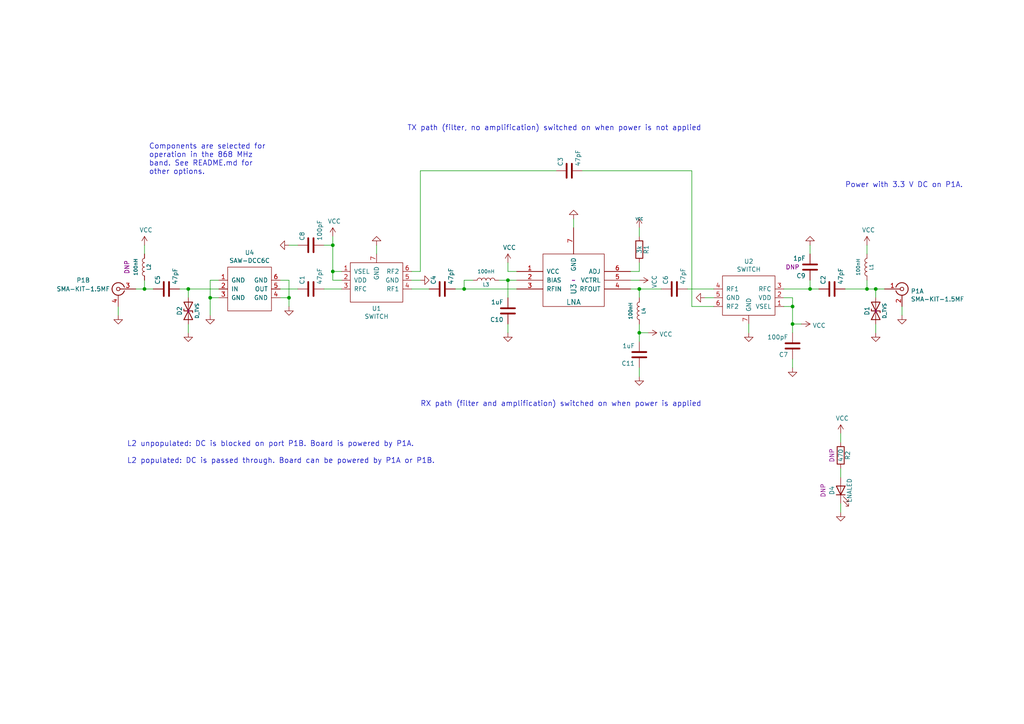
<source format=kicad_sch>
(kicad_sch (version 20230121) (generator eeschema)
  (paper "A4")
  (title_block (title "LNA3030") (date "2020-08-05") (company "Copyright (c) 2014-2020 Great Scott Gadgets <info@greatscottgadgets.com>") (comment 1 "Licensed under the CERN-OHL-P v2"))
  (lib_symbols
    (symbol "Device:C" (pin_numbers hide) (pin_names (offset 0.254))
      (property "Reference" "C" (at 0.635 2.54 0))
      (property "Value" "C" (at 0.635 -2.54 0))
      (symbol "C_0_1"
        (polyline (pts (xy -2.032 -0.762) (xy 2.032 -0.762)) (stroke (width 0.508)))
        (polyline (pts (xy -2.032 0.762) (xy 2.032 0.762)) (stroke (width 0.508)))
      )
      (symbol "C_1_1"
        (pin passive line (at 0 3.81 270) (length 2.794) (name "~") (number "1"))
        (pin passive line (at 0 -3.81 90) (length 2.794) (name "~") (number "2"))
      )
    )
    (symbol "Device:D_TVS" (pin_numbers hide) (pin_names (offset 1.016) hide)
      (property "Reference" "D" (at 0 2.54 0))
      (property "Value" "D_TVS" (at 0 -2.54 0))
      (symbol "D_TVS_0_1"
        (polyline (pts (xy 1.27 0) (xy -1.27 0)))
        (polyline (pts (xy 0.508 1.27) (xy 0 1.27) (xy 0 -1.27) (xy -0.508 -1.27)) (stroke (width 0.254)))
        (polyline (pts (xy -2.54 1.27) (xy -2.54 -1.27) (xy 2.54 1.27) (xy 2.54 -1.27) (xy -2.54 1.27)) (stroke (width 0.254)))
      )
      (symbol "D_TVS_1_1"
        (pin passive line (at -3.81 0 0) (length 2.54) (name "A1") (number "1"))
        (pin passive line (at 3.81 0 180) (length 2.54) (name "A2") (number "2"))
      )
    )
    (symbol "Device:L" (pin_numbers hide) (pin_names (offset 1.016) hide)
      (property "Reference" "L" (at -1.27 0 90))
      (property "Value" "L" (at 1.905 0 90))
      (symbol "L_0_1"
        (arc (start 0 -2.54) (mid 0.6323 -1.905) (end 0 -1.27))
        (arc (start 0 -1.27) (mid 0.6323 -0.635) (end 0 0))
        (arc (start 0 0) (mid 0.6323 0.635) (end 0 1.27))
        (arc (start 0 1.27) (mid 0.6323 1.905) (end 0 2.54))
      )
      (symbol "L_1_1"
        (pin passive line (at 0 3.81 270) (length 1.27) (name "1") (number "1"))
        (pin passive line (at 0 -3.81 90) (length 1.27) (name "2") (number "2"))
      )
    )
    (symbol "Device:LED" (pin_numbers hide) (pin_names (offset 1.016) hide)
      (property "Reference" "D" (at 0 2.54 0))
      (property "Value" "LED" (at 0 -2.54 0))
      (symbol "LED_0_1"
        (polyline (pts (xy -1.27 -1.27) (xy -1.27 1.27)) (stroke (width 0.254)))
        (polyline (pts (xy -1.27 0) (xy 1.27 0)))
        (polyline (pts (xy 1.27 -1.27) (xy 1.27 1.27) (xy -1.27 0) (xy 1.27 -1.27)) (stroke (width 0.254)))
        (polyline (pts (xy -3.048 -0.762) (xy -4.572 -2.286) (xy -3.81 -2.286) (xy -4.572 -2.286) (xy -4.572 -1.524)))
        (polyline (pts (xy -1.778 -0.762) (xy -3.302 -2.286) (xy -2.54 -2.286) (xy -3.302 -2.286) (xy -3.302 -1.524)))
      )
      (symbol "LED_1_1"
        (pin passive line (at -3.81 0 0) (length 2.54) (name "K") (number "1"))
        (pin passive line (at 3.81 0 180) (length 2.54) (name "A") (number "2"))
      )
    )
    (symbol "Device:R" (pin_numbers hide) (pin_names (offset 0))
      (property "Reference" "R" (at 2.032 0 90))
      (property "Value" "R" (at 0 0 90))
      (symbol "R_0_1"
        (rectangle (start -1.016 -2.54) (end 1.016 2.54) (stroke (width 0.254)))
      )
      (symbol "R_1_1"
        (pin passive line (at 0 3.81 270) (length 1.27) (name "~") (number "1"))
        (pin passive line (at 0 -3.81 90) (length 1.27) (name "~") (number "2"))
      )
    )
    (symbol "LNA3030-rescue:BGB741L7ESD-gsg-symbols" (pin_names (offset 1.016))
      (property "Reference" "U" (at 0 -2.54 90))
      (property "Value" "gsg-symbols_BGB741L7ESD" (at 0 -6.35 0))
      (symbol "BGB741L7ESD-gsg-symbols_0_1"
        (rectangle (start -8.89 7.62) (end 8.89 -7.62))
      )
      (symbol "BGB741L7ESD-gsg-symbols_1_1"
        (pin power_in line (at -16.51 2.54 0) (length 7.62) (name "VCC") (number "1"))
        (pin output line (at -16.51 0 0) (length 7.62) (name "BIAS") (number "2"))
        (pin input line (at -16.51 -2.54 0) (length 7.62) (name "RFIN") (number "3"))
        (pin output line (at 16.51 -2.54 180) (length 7.62) (name "RFOUT") (number "4"))
        (pin input line (at 16.51 0 180) (length 7.62) (name "VCTRL") (number "5"))
        (pin input line (at 16.51 2.54 180) (length 7.62) (name "ADJ") (number "6"))
        (pin power_in line (at 0 15.24 270) (length 7.62) (name "GND") (number "7"))
      )
    )
    (symbol "LNA3030-rescue:GRF6011-gsg-symbols" (pin_names (offset 1.016))
      (property "Reference" "U" (at 0 -2.54 0))
      (property "Value" "gsg-symbols_GRF6011" (at 0 -5.08 0))
      (symbol "GRF6011-gsg-symbols_0_1"
        (rectangle (start -7.62 5.08) (end 7.62 -6.35))
      )
      (symbol "GRF6011-gsg-symbols_1_1"
        (pin input line (at -10.16 2.54 0) (length 2.54) (name "VSEL") (number "1"))
        (pin power_in line (at -10.16 0 0) (length 2.54) (name "VDD") (number "2"))
        (pin bidirectional line (at -10.16 -2.54 0) (length 2.54) (name "RFC") (number "3"))
        (pin bidirectional line (at 10.16 -2.54 180) (length 2.54) (name "RF1") (number "4"))
        (pin power_in line (at 10.16 0 180) (length 2.54) (name "GND") (number "5"))
        (pin bidirectional line (at 10.16 2.54 180) (length 2.54) (name "RF2") (number "6"))
        (pin power_in line (at 0 7.62 270) (length 2.54) (name "GND") (number "7"))
      )
    )
    (symbol "LNA3030-rescue:SMA-KIT-1.5MF-gsg-symbols" (pin_names (offset 1.016) hide)
      (property "Reference" "P" (at 0 3.302 0))
      (property "Value" "gsg-symbols_SMA-KIT-1.5MF" (at 3.048 0 90))
      (symbol "SMA-KIT-1.5MF-gsg-symbols_0_1"
        (arc (start -1.778 -0.508) (mid 0.2311 -1.8066) (end 1.778 0) (stroke (width 0.254)))
        (circle (center 0 0) (radius 0.508) (stroke (width 0.2032)))
        (arc (start 1.778 0) (mid 0.2099 1.8101) (end -1.778 0.508) (stroke (width 0.254)))
      )
      (symbol "SMA-KIT-1.5MF-gsg-symbols_1_1"
        (pin passive line (at -5.08 0 0) (length 4.572) (name "RF") (number "1"))
        (pin passive line (at 0 -5.08 90) (length 3.302) (name "SHIELD") (number "2"))
      )
      (symbol "SMA-KIT-1.5MF-gsg-symbols_2_1"
        (pin passive line (at -5.08 0 0) (length 4.572) (name "RF") (number "3"))
        (pin passive line (at 0 -5.08 90) (length 3.302) (name "SHIELD") (number "4"))
      )
    )
    (symbol "LNA3030:SAW-DCC6C" (pin_names (offset 1.016))
      (property "Reference" "U" (at 0 5.08 0))
      (property "Value" "SAW-DCC6C" (at 0 -5.08 0))
      (symbol "SAW-DCC6C_0_1"
        (rectangle (start -6.35 6.35) (end 6.35 -6.35))
      )
      (symbol "SAW-DCC6C_1_1"
        (pin power_in line (at -8.89 2.54 0) (length 2.54) (name "GND") (number "1"))
        (pin input line (at -8.89 0 0) (length 2.54) (name "IN") (number "2"))
        (pin power_in line (at -8.89 -2.54 0) (length 2.54) (name "GND") (number "3"))
        (pin power_in line (at 8.89 -2.54 180) (length 2.54) (name "GND") (number "4"))
        (pin output line (at 8.89 0 180) (length 2.54) (name "OUT") (number "5"))
        (pin power_in line (at 8.89 2.54 180) (length 2.54) (name "GND") (number "6"))
      )
    )
    (symbol "power:GND" (power) (pin_names (offset 0))
      (property "Value" "GND" (at 0 -3.81 0))
      (symbol "GND_0_1"
        (polyline (pts (xy 0 0) (xy 0 -1.27) (xy 1.27 -1.27) (xy 0 -2.54) (xy -1.27 -1.27) (xy 0 -1.27)))
      )
      (symbol "GND_1_1"
        (pin power_in line (at 0 0 270) (length 0) hide (name "GND") (number "1"))
      )
    )
    (symbol "power:VCC" (power) (pin_names (offset 0))
      (property "Value" "VCC" (at 0 3.81 0))
      (symbol "VCC_0_1"
        (polyline (pts (xy -0.762 1.27) (xy 0 2.54)))
        (polyline (pts (xy 0 0) (xy 0 2.54)))
        (polyline (pts (xy 0 2.54) (xy 0.762 1.27)))
      )
      (symbol "VCC_1_1"
        (pin power_in line (at 0 0 90) (length 0) hide (name "VCC") (number "1"))
      )
    )
  )
  (junction (at 54.61 83.82))
  (junction (at 60.96 86.36))
  (junction (at 96.52 71.12))
  (junction (at 251.46 83.82))
  (junction (at 229.87 93.98))
  (junction (at 96.52 78.74))
  (junction (at 134.62 83.82))
  (junction (at 185.42 96.52))
  (junction (at 234.95 83.82))
  (junction (at 254 83.82))
  (junction (at 147.32 81.28))
  (junction (at 41.91 83.82))
  (junction (at 229.87 88.9))
  (junction (at 185.42 83.82))
  (junction (at 83.82 86.36))
  (wire (pts (xy 54.61 83.82) (xy 54.61 86.36)))
  (wire (pts (xy 229.87 88.9) (xy 229.87 93.98)))
  (wire (pts (xy 234.95 83.82) (xy 237.49 83.82)))
  (wire (pts (xy 185.42 83.82) (xy 191.77 83.82)))
  (wire (pts (xy 96.52 71.12) (xy 96.52 68.58)))
  (wire (pts (xy 204.47 86.36) (xy 207.01 86.36)))
  (wire (pts (xy 93.98 83.82) (xy 99.06 83.82)))
  (wire (pts (xy 227.33 83.82) (xy 234.95 83.82)))
  (wire (pts (xy 234.95 81.28) (xy 234.95 83.82)))
  (wire (pts (xy 243.84 135.89) (xy 243.84 138.43)))
  (wire (pts (xy 254 93.98) (xy 254 96.52)))
  (wire (pts (xy 147.32 81.28) (xy 149.86 81.28)))
  (wire (pts (xy 83.82 86.36) (xy 81.28 86.36)))
  (wire (pts (xy 243.84 146.05) (xy 243.84 148.59)))
  (wire (pts (xy 119.38 83.82) (xy 124.46 83.82)))
  (wire (pts (xy 147.32 96.52) (xy 147.32 93.98)))
  (wire (pts (xy 60.96 81.28) (xy 60.96 86.36)))
  (wire (pts (xy 34.29 91.44) (xy 34.29 88.9)))
  (wire (pts (xy 182.88 83.82) (xy 185.42 83.82)))
  (wire (pts (xy 185.42 93.98) (xy 185.42 96.52)))
  (wire (pts (xy 251.46 83.82) (xy 254 83.82)))
  (wire (pts (xy 54.61 96.52) (xy 54.61 93.98)))
  (wire (pts (xy 234.95 71.12) (xy 234.95 73.66)))
  (wire (pts (xy 119.38 78.74) (xy 121.92 78.74)))
  (wire (pts (xy 185.42 106.68) (xy 185.42 109.22)))
  (wire (pts (xy 41.91 71.12) (xy 41.91 73.66)))
  (wire (pts (xy 232.41 93.98) (xy 229.87 93.98)))
  (wire (pts (xy 144.78 81.28) (xy 147.32 81.28)))
  (wire (pts (xy 134.62 81.28) (xy 134.62 83.82)))
  (wire (pts (xy 109.22 73.66) (xy 109.22 71.12)))
  (wire (pts (xy 147.32 78.74) (xy 147.32 76.2)))
  (wire (pts (xy 137.16 81.28) (xy 134.62 81.28)))
  (wire (pts (xy 60.96 86.36) (xy 63.5 86.36)))
  (wire (pts (xy 134.62 83.82) (xy 149.86 83.82)))
  (wire (pts (xy 41.91 83.82) (xy 44.45 83.82)))
  (wire (pts (xy 60.96 86.36) (xy 60.96 91.44)))
  (wire (pts (xy 132.08 83.82) (xy 134.62 83.82)))
  (wire (pts (xy 39.37 83.82) (xy 41.91 83.82)))
  (wire (pts (xy 227.33 88.9) (xy 229.87 88.9)))
  (wire (pts (xy 251.46 71.12) (xy 251.46 73.66)))
  (wire (pts (xy 254 83.82) (xy 256.54 83.82)))
  (wire (pts (xy 185.42 78.74) (xy 185.42 76.2)))
  (wire (pts (xy 229.87 93.98) (xy 229.87 96.52)))
  (wire (pts (xy 245.11 83.82) (xy 251.46 83.82)))
  (wire (pts (xy 99.06 78.74) (xy 96.52 78.74)))
  (wire (pts (xy 52.07 83.82) (xy 54.61 83.82)))
  (wire (pts (xy 254 83.82) (xy 254 86.36)))
  (wire (pts (xy 227.33 86.36) (xy 229.87 86.36)))
  (wire (pts (xy 83.82 71.12) (xy 86.36 71.12)))
  (wire (pts (xy 81.28 83.82) (xy 86.36 83.82)))
  (wire (pts (xy 41.91 81.28) (xy 41.91 83.82)))
  (wire (pts (xy 217.17 93.98) (xy 217.17 96.52)))
  (wire (pts (xy 63.5 81.28) (xy 60.96 81.28)))
  (wire (pts (xy 83.82 81.28) (xy 83.82 86.36)))
  (wire (pts (xy 207.01 83.82) (xy 199.39 83.82)))
  (wire (pts (xy 182.88 81.28) (xy 185.42 81.28)))
  (wire (pts (xy 147.32 81.28) (xy 147.32 86.36)))
  (wire (pts (xy 182.88 78.74) (xy 185.42 78.74)))
  (wire (pts (xy 185.42 83.82) (xy 185.42 86.36)))
  (wire (pts (xy 200.66 49.53) (xy 200.66 88.9)))
  (wire (pts (xy 166.37 63.5) (xy 166.37 66.04)))
  (wire (pts (xy 93.98 71.12) (xy 96.52 71.12)))
  (wire (pts (xy 83.82 86.36) (xy 83.82 88.9)))
  (wire (pts (xy 168.91 49.53) (xy 200.66 49.53)))
  (wire (pts (xy 200.66 88.9) (xy 207.01 88.9)))
  (wire (pts (xy 185.42 96.52) (xy 187.96 96.52)))
  (wire (pts (xy 185.42 66.04) (xy 185.42 68.58)))
  (wire (pts (xy 81.28 81.28) (xy 83.82 81.28)))
  (wire (pts (xy 121.92 78.74) (xy 121.92 49.53)))
  (wire (pts (xy 229.87 104.14) (xy 229.87 106.68)))
  (wire (pts (xy 99.06 81.28) (xy 96.52 81.28)))
  (wire (pts (xy 243.84 125.73) (xy 243.84 128.27)))
  (wire (pts (xy 121.92 49.53) (xy 161.29 49.53)))
  (wire (pts (xy 121.92 81.28) (xy 119.38 81.28)))
  (wire (pts (xy 229.87 86.36) (xy 229.87 88.9)))
  (wire (pts (xy 54.61 83.82) (xy 63.5 83.82)))
  (wire (pts (xy 251.46 81.28) (xy 251.46 83.82)))
  (wire (pts (xy 261.62 88.9) (xy 261.62 91.44)))
  (wire (pts (xy 96.52 81.28) (xy 96.52 78.74)))
  (wire (pts (xy 185.42 96.52) (xy 185.42 99.06)))
  (wire (pts (xy 96.52 78.74) (xy 96.52 71.12)))
  (wire (pts (xy 147.32 78.74) (xy 149.86 78.74)))
  (text "L2 unpopulated: DC is blocked on port P1B. Board is powered by P1A.\n\nL2 populated: DC is passed through. Board can be powered by P1A or P1B." (at 36.83 134.62 0) (effects (font (size 1.524 1.524)) (justify left bottom)))
  (text "Components are selected for\noperation in the 868 MHz\nband. See README.md for\nother options." (at 43.18 50.8 0) (effects (font (size 1.524 1.524)) (justify left bottom)))
  (text "TX path (filter, no amplification) switched on when power is not applied" (at 118.11 38.1 0) (effects (font (size 1.524 1.524)) (justify left bottom)))
  (text "Power with 3.3 V DC on P1A." (at 245.11 54.61 0) (effects (font (size 1.524 1.524)) (justify left bottom)))
  (text "RX path (filter and amplification) switched on when power is applied\n" (at 121.92 118.11 0) (effects (font (size 1.524 1.524)) (justify left bottom)))
  (symbol (lib_id "Device:D_TVS") (at 254 90.17 90) (unit 1)
    (property "Reference" "D1" (at 251.46 90.17 0))
    (property "Value" "D_TVS" (at 256.54 90.17 0) (effects (font (size 1.016 1.016))))
    (property "Footprint" "gsg-modules:0402" (effects hide))
    (property "Datasheet" "~" (at 254 90.17 0) (effects (font (size 1.524 1.524))))
    (property "Manufacturer" "Murata" (effects hide))
    (property "Part Number" "LXES15AAA1-153" (effects hide))
    (property "Description" "TVS DIODE 4V 1005" (effects hide))
  )
  (symbol (lib_id "power:GND") (at 261.62 91.44 0) (unit 1)
    (property "Reference" "#PWR01" (effects hide))
    (property "Value" "GND" (effects hide))
  )
  (symbol (lib_id "power:GND") (at 254 96.52 0) (unit 1)
    (property "Reference" "#PWR02" (effects hide))
    (property "Value" "GND" (effects hide))
  )
  (symbol (lib_id "power:GND") (at 54.61 96.52 0) (unit 1)
    (property "Reference" "#PWR03" (effects hide))
    (property "Value" "GND" (effects hide))
  )
  (symbol (lib_id "power:GND") (at 34.29 91.44 0) (unit 1)
    (property "Reference" "#PWR04" (effects hide))
    (property "Value" "GND" (effects hide))
  )
  (symbol (lib_id "Device:C") (at 48.26 83.82 90) (unit 1)
    (property "Reference" "C5" (at 45.72 82.55 0) (effects (justify left)))
    (property "Value" "47pF" (at 50.8 82.55 0) (effects (justify left)))
    (property "Footprint" "gsg-modules:0402" (effects hide))
    (property "Manufacturer" "Murata" (effects hide))
    (property "Part Number" "GCM1555C1H470JA16D" (effects hide))
    (property "Description" "CAP CER 47PF 50V C0G/NP0 0402" (effects hide))
  )
  (symbol (lib_id "power:GND") (at 60.96 91.44 0) (unit 1)
    (property "Reference" "#PWR05" (effects hide))
    (property "Value" "GND" (effects hide))
  )
  (symbol (lib_id "power:GND") (at 83.82 88.9 0) (unit 1)
    (property "Reference" "#PWR06" (effects hide))
    (property "Value" "GND" (effects hide))
  )
  (symbol (lib_id "Device:LED") (at 243.84 142.24 90) (unit 1)
    (property "Reference" "D4" (at 241.3 142.24 0))
    (property "Value" "LNALED" (at 246.38 142.24 0))
    (property "Footprint" "gsg-modules:0402" (effects hide))
    (property "Note" "DNP" (at 238.76 142.24 0))
  )
  (symbol (lib_id "LNA3030-rescue:BGB741L7ESD-gsg-symbols") (at 166.37 81.28 0) (unit 1)
    (property "Reference" "U3" (at 166.37 83.82 90) (effects (font (size 1.524 1.524))))
    (property "Value" "LNA" (at 166.37 87.63 0) (effects (font (size 1.524 1.524))))
    (property "Footprint" "gsg-modules:TSLP-7-1" (effects hide))
    (property "Datasheet" "~" (at 166.37 81.28 0) (effects (font (size 1.524 1.524))))
    (property "Manufacturer" "Infineon" (effects hide))
    (property "Part Number" "BGB 741L7ESD E6327" (effects hide))
    (property "Description" "IC AMP MMIC LNA TSLP7-1" (effects hide))
  )
  (symbol (lib_id "power:GND") (at 166.37 63.5 180) (unit 1)
    (property "Reference" "#PWR08" (effects hide))
    (property "Value" "GND" (effects hide))
  )
  (symbol (lib_id "Device:R") (at 185.42 72.39 0) (unit 1)
    (property "Reference" "R1" (at 187.452 72.39 90))
    (property "Value" "3k" (at 185.42 72.39 90))
    (property "Footprint" "gsg-modules:0402" (effects hide))
    (property "Manufacturer" "Stackpole" (effects hide))
    (property "Part Number" "RMCF0402FT3K00" (effects hide))
    (property "Description" "RES 3K OHM 1/16W 1% 0402" (effects hide))
  )
  (symbol (lib_id "power:VCC") (at 185.42 66.04 0) (unit 1)
    (property "Reference" "#PWR010" (effects hide))
    (property "Value" "VCC" (at 185.42 63.5 0) (effects (font (size 0.762 0.762))))
  )
  (symbol (lib_id "Device:L") (at 185.42 90.17 180) (unit 1)
    (property "Reference" "L4" (at 186.69 90.17 90) (effects (font (size 1.016 1.016))))
    (property "Value" "100nH" (at 182.88 90.17 90) (effects (font (size 1.016 1.016))))
    (property "Footprint" "gsg-modules:0402" (effects hide))
    (property "Manufacturer" "Taiyo Yuden" (effects hide))
    (property "Part Number" "HK1005R10J-T" (effects hide))
    (property "Description" "FIXED IND 100NH 200MA 1.5 OHM" (effects hide))
  )
  (symbol (lib_id "Device:C") (at 147.32 90.17 180) (unit 1)
    (property "Reference" "C10" (at 146.05 92.71 0) (effects (justify left)))
    (property "Value" "1uF" (at 146.05 87.63 0) (effects (justify left)))
    (property "Footprint" "gsg-modules:0402" (effects hide))
    (property "Manufacturer" "Taiyo Yuden" (effects hide))
    (property "Part Number" "LMK105BJ105KV-F" (effects hide))
    (property "Description" "CAP CER 1UF 10V 10% X5R 0402" (effects hide))
  )
  (symbol (lib_id "power:GND") (at 147.32 96.52 0) (unit 1)
    (property "Reference" "#PWR013" (effects hide))
    (property "Value" "GND" (effects hide))
  )
  (symbol (lib_id "power:GND") (at 185.42 109.22 0) (unit 1)
    (property "Reference" "#PWR014" (effects hide))
    (property "Value" "GND" (effects hide))
  )
  (symbol (lib_id "Device:L") (at 140.97 81.28 90) (unit 1)
    (property "Reference" "L3" (at 140.97 82.55 90) (effects (font (size 1.016 1.016))))
    (property "Value" "100nH" (at 140.97 78.74 90) (effects (font (size 1.016 1.016))))
    (property "Footprint" "gsg-modules:0402" (effects hide))
    (property "Manufacturer" "Taiyo Yuden" (effects hide))
    (property "Part Number" "HK1005R10J-T" (effects hide))
    (property "Description" "FIXED IND 100NH 200MA 1.5 OHM" (effects hide))
  )
  (symbol (lib_id "Device:L") (at 251.46 77.47 180) (unit 1)
    (property "Reference" "L1" (at 252.73 77.47 90) (effects (font (size 1.016 1.016))))
    (property "Value" "100nH" (at 248.92 77.47 90) (effects (font (size 1.016 1.016))))
    (property "Footprint" "gsg-modules:0402" (effects hide))
    (property "Manufacturer" "Taiyo Yuden" (effects hide))
    (property "Part Number" "HK1005R10J-T" (effects hide))
    (property "Description" "FIXED IND 100NH 200MA 1.5 OHM" (effects hide))
  )
  (symbol (lib_id "Device:R") (at 243.84 132.08 0) (unit 1)
    (property "Reference" "R2" (at 245.872 132.08 90))
    (property "Value" "470" (at 243.84 132.08 90))
    (property "Footprint" "gsg-modules:0402" (effects hide))
    (property "Manufacturer" "Stackpole" (effects hide))
    (property "Part Number" "RMCF0402JT470R" (effects hide))
    (property "Description" "RES TF 1/16W 470 OHM 5% 0402" (effects hide))
    (property "Note" "DNP" (at 241.3 132.08 90))
  )
  (symbol (lib_id "power:GND") (at 243.84 148.59 0) (unit 1)
    (property "Reference" "#PWR016" (effects hide))
    (property "Value" "GND" (effects hide))
  )
  (symbol (lib_id "Device:C") (at 165.1 49.53 90) (unit 1)
    (property "Reference" "C3" (at 162.56 48.26 0) (effects (justify left)))
    (property "Value" "47pF" (at 167.64 48.26 0) (effects (justify left)))
    (property "Footprint" "gsg-modules:0402" (effects hide))
    (property "Manufacturer" "Murata" (effects hide))
    (property "Part Number" "GCM1555C1H470JA16D" (effects hide))
    (property "Description" "CAP CER 47PF 50V C0G/NP0 0402" (effects hide))
  )
  (symbol (lib_id "Device:C") (at 128.27 83.82 90) (unit 1)
    (property "Reference" "C4" (at 125.73 82.55 0) (effects (justify left)))
    (property "Value" "47pF" (at 130.81 82.55 0) (effects (justify left)))
    (property "Footprint" "gsg-modules:0402" (effects hide))
    (property "Manufacturer" "Murata" (effects hide))
    (property "Part Number" "GCM1555C1H470JA16D" (effects hide))
    (property "Description" "CAP CER 47PF 50V C0G/NP0 0402" (effects hide))
  )
  (symbol (lib_id "Device:C") (at 195.58 83.82 90) (unit 1)
    (property "Reference" "C6" (at 193.04 82.55 0) (effects (justify left)))
    (property "Value" "47pF" (at 198.12 82.55 0) (effects (justify left)))
    (property "Footprint" "gsg-modules:0402" (effects hide))
    (property "Manufacturer" "Murata" (effects hide))
    (property "Part Number" "GCM1555C1H470JA16D" (effects hide))
    (property "Description" "CAP CER 47PF 50V C0G/NP0 0402" (effects hide))
  )
  (symbol (lib_id "Device:C") (at 241.3 83.82 90) (unit 1)
    (property "Reference" "C2" (at 238.76 82.55 0) (effects (justify left)))
    (property "Value" "47pF" (at 243.84 82.55 0) (effects (justify left)))
    (property "Footprint" "gsg-modules:0402" (effects hide))
    (property "Manufacturer" "Murata" (effects hide))
    (property "Part Number" "GCM1555C1H470JA16D" (effects hide))
    (property "Description" "CAP CER 47PF 50V C0G/NP0 0402" (effects hide))
  )
  (symbol (lib_id "Device:C") (at 90.17 83.82 90) (unit 1)
    (property "Reference" "C1" (at 87.63 82.55 0) (effects (justify left)))
    (property "Value" "47pF" (at 92.71 82.55 0) (effects (justify left)))
    (property "Footprint" "gsg-modules:0402" (effects hide))
    (property "Manufacturer" "Murata" (effects hide))
    (property "Part Number" "GCM1555C1H470JA16D" (effects hide))
    (property "Description" "CAP CER 47PF 50V C0G/NP0 0402" (effects hide))
  )
  (symbol (lib_id "Device:C") (at 185.42 102.87 180) (unit 1)
    (property "Reference" "C11" (at 184.15 105.41 0) (effects (justify left)))
    (property "Value" "1uF" (at 184.15 100.33 0) (effects (justify left)))
    (property "Footprint" "gsg-modules:0402" (effects hide))
    (property "Manufacturer" "Taiyo Yuden" (effects hide))
    (property "Part Number" "LMK105BJ105KV-F" (effects hide))
    (property "Description" "CAP CER 1UF 10V 10% X5R 0402" (effects hide))
  )
  (symbol (lib_id "Device:D_TVS") (at 54.61 90.17 90) (unit 1)
    (property "Reference" "D2" (at 52.07 90.17 0))
    (property "Value" "D_TVS" (at 57.15 90.17 0) (effects (font (size 1.016 1.016))))
    (property "Footprint" "gsg-modules:0402" (effects hide))
    (property "Datasheet" "~" (at 54.61 90.17 0) (effects (font (size 1.524 1.524))))
    (property "Manufacturer" "Murata" (effects hide))
    (property "Part Number" "LXES15AAA1-153" (effects hide))
    (property "Description" "TVS DIODE 4V 1005" (effects hide))
  )
  (symbol (lib_id "LNA3030-rescue:GRF6011-gsg-symbols") (at 109.22 81.28 0) (unit 1)
    (property "Reference" "U1" (at 109.22 89.4842 0))
    (property "Value" "SWITCH" (at 109.22 91.7956 0))
    (property "Footprint" "gsg-modules:GRF6011" (effects hide))
    (property "Description" "SPDT Failsafe Switch 0.1 –6.0 GHz " (effects hide))
    (property "Manufacturer" "Guerrilla RF" (effects hide))
    (property "Part Number" "GRF6011" (effects hide))
  )
  (symbol (lib_id "LNA3030-rescue:SMA-KIT-1.5MF-gsg-symbols") (at 261.62 83.82 0) (unit 1)
    (property "Reference" "P1" (at 264.16 84.455 0) (effects (justify left)))
    (property "Value" "SMA-KIT-1.5MF" (at 264.16 86.7664 0) (effects (justify left)))
    (property "Footprint" "gsg-modules:SMA-KIT-1.5MF" (effects hide))
    (property "Description" "HOUSING BRASS 0.43\"DIA X 1.5\"L" (effects hide))
    (property "Manufacturer" "Crystek" (effects hide))
    (property "Part Number" "SMA-KIT-1.5MF" (effects hide))
  )
  (symbol (lib_id "LNA3030-rescue:SMA-KIT-1.5MF-gsg-symbols") (at 34.29 83.82 0) (mirror y) (unit 2)
    (property "Reference" "P1" (at 24.13 81.28 0))
    (property "Value" "SMA-KIT-1.5MF" (at 24.13 83.82 0))
    (property "Footprint" "gsg-modules:SMA-KIT-1.5MF" (effects hide))
    (property "Description" "HOUSING BRASS 0.43\"DIA X 1.5\"L" (effects hide))
    (property "Manufacturer" "Crystek" (effects hide))
    (property "Part Number" "SMA-KIT-1.5MF" (effects hide))
  )
  (symbol (lib_id "LNA3030-rescue:GRF6011-gsg-symbols") (at 217.17 86.36 180) (unit 1)
    (property "Reference" "U2" (at 217.17 75.819 0))
    (property "Value" "SWITCH" (at 217.17 78.1304 0))
    (property "Footprint" "gsg-modules:GRF6011" (effects hide))
    (property "Description" "SPDT Failsafe Switch 0.1 –6.0 GHz " (effects hide))
    (property "Manufacturer" "Guerrilla RF" (effects hide))
    (property "Part Number" "GRF6011" (effects hide))
  )
  (symbol (lib_id "Device:C") (at 90.17 71.12 90) (unit 1)
    (property "Reference" "C8" (at 87.63 69.85 0) (effects (justify left)))
    (property "Value" "100pF" (at 92.71 69.85 0) (effects (justify left)))
    (property "Footprint" "gsg-modules:0402" (effects hide))
    (property "Manufacturer" "Murata" (effects hide))
    (property "Part Number" "GCM1555C1H101JA16D" (effects hide))
    (property "Description" "CAP CER 100PF 50V 5% NP0 0402" (effects hide))
  )
  (symbol (lib_id "power:GND") (at 83.82 71.12 270) (unit 1)
    (property "Reference" "#PWR0102" (effects hide))
    (property "Value" "GND" (effects hide))
  )
  (symbol (lib_id "Device:C") (at 229.87 100.33 180) (unit 1)
    (property "Reference" "C7" (at 228.6 102.87 0) (effects (justify left)))
    (property "Value" "100pF" (at 228.6 97.79 0) (effects (justify left)))
    (property "Footprint" "gsg-modules:0402" (effects hide))
    (property "Manufacturer" "Murata" (effects hide))
    (property "Part Number" "GCM1555C1H101JA16D" (effects hide))
    (property "Description" "CAP CER 100PF 50V 5% NP0 0402" (effects hide))
  )
  (symbol (lib_id "power:GND") (at 229.87 106.68 0) (unit 1)
    (property "Reference" "#PWR0104" (effects hide))
    (property "Value" "GND" (effects hide))
  )
  (symbol (lib_id "power:GND") (at 109.22 71.12 180) (unit 1)
    (property "Reference" "#PWR0105" (effects hide))
    (property "Value" "GND" (effects hide))
  )
  (symbol (lib_id "power:GND") (at 121.92 81.28 90) (unit 1)
    (property "Reference" "#PWR0106" (effects hide))
    (property "Value" "GND" (effects hide))
  )
  (symbol (lib_id "power:GND") (at 217.17 96.52 0) (unit 1)
    (property "Reference" "#PWR0107" (effects hide))
    (property "Value" "GND" (effects hide))
  )
  (symbol (lib_id "power:GND") (at 204.47 86.36 270) (unit 1)
    (property "Reference" "#PWR0108" (effects hide))
    (property "Value" "GND" (effects hide))
  )
  (symbol (lib_id "Device:L") (at 41.91 77.47 180) (unit 1)
    (property "Reference" "L2" (at 43.18 77.47 90) (effects (font (size 1.016 1.016))))
    (property "Value" "100nH" (at 39.37 77.47 90) (effects (font (size 1.016 1.016))))
    (property "Footprint" "gsg-modules:0402" (effects hide))
    (property "Manufacturer" "Taiyo Yuden" (effects hide))
    (property "Part Number" "HK1005R10J-T" (effects hide))
    (property "Description" "FIXED IND 100NH 200MA 1.5 OHM" (effects hide))
    (property "Note" "DNP" (at 36.83 77.47 90))
  )
  (symbol (lib_id "Device:C") (at 234.95 77.47 180) (unit 1)
    (property "Reference" "C9" (at 233.68 80.01 0) (effects (justify left)))
    (property "Value" "1pF" (at 233.68 74.93 0) (effects (justify left)))
    (property "Footprint" "gsg-modules:0402" (effects hide))
    (property "Note" "DNP" (at 229.87 77.47 0))
  )
  (symbol (lib_id "power:GND") (at 234.95 71.12 180) (unit 1)
    (property "Reference" "#PWR018" (effects hide))
    (property "Value" "GND" (effects hide))
  )
  (symbol (lib_id "power:VCC") (at 41.91 71.12 0) (unit 1)
    (property "Reference" "#PWR0101" (effects hide))
    (property "Value" "VCC" (at 42.3418 66.7258 0))
  )
  (symbol (lib_id "power:VCC") (at 96.52 68.58 0) (unit 1)
    (property "Reference" "#PWR0103" (effects hide))
    (property "Value" "VCC" (at 96.9518 64.1858 0))
  )
  (symbol (lib_id "power:VCC") (at 147.32 76.2 0) (unit 1)
    (property "Reference" "#PWR0109" (effects hide))
    (property "Value" "VCC" (at 147.7518 71.8058 0))
  )
  (symbol (lib_id "LNA3030:SAW-DCC6C") (at 72.39 83.82 0) (unit 1)
    (property "Reference" "U4" (at 72.39 73.279 0))
    (property "Value" "SAW-DCC6C" (at 72.39 75.5904 0))
    (property "Footprint" "LNA3030:DCC6C" (effects hide))
    (property "Manufacturer" "RFMi" (effects hide))
    (property "Part Number" "SF2415E" (effects hide))
    (property "Description" "FILTER, SAW, 869 MHZ, 6SMD" (effects hide))
  )
  (symbol (lib_id "power:VCC") (at 185.42 81.28 270) (unit 1)
    (property "Reference" "#PWR0110" (effects hide))
    (property "Value" "VCC" (at 189.8142 81.7118 0))
  )
  (symbol (lib_id "power:VCC") (at 187.96 96.52 270) (unit 1)
    (property "Reference" "#PWR0111" (effects hide))
    (property "Value" "VCC" (at 191.2112 96.9518 90) (effects (justify left)))
  )
  (symbol (lib_id "power:VCC") (at 232.41 93.98 270) (unit 1)
    (property "Reference" "#PWR0113" (effects hide))
    (property "Value" "VCC" (at 235.6612 94.4118 90) (effects (justify left)))
  )
  (symbol (lib_id "power:VCC") (at 251.46 71.12 0) (unit 1)
    (property "Reference" "#PWR0114" (effects hide))
    (property "Value" "VCC" (at 251.8918 66.7258 0))
  )
  (symbol (lib_id "power:VCC") (at 243.84 125.73 0) (unit 1)
    (property "Reference" "#PWR0112" (effects hide))
    (property "Value" "VCC" (at 244.2718 121.3358 0))
  )
)
</source>
